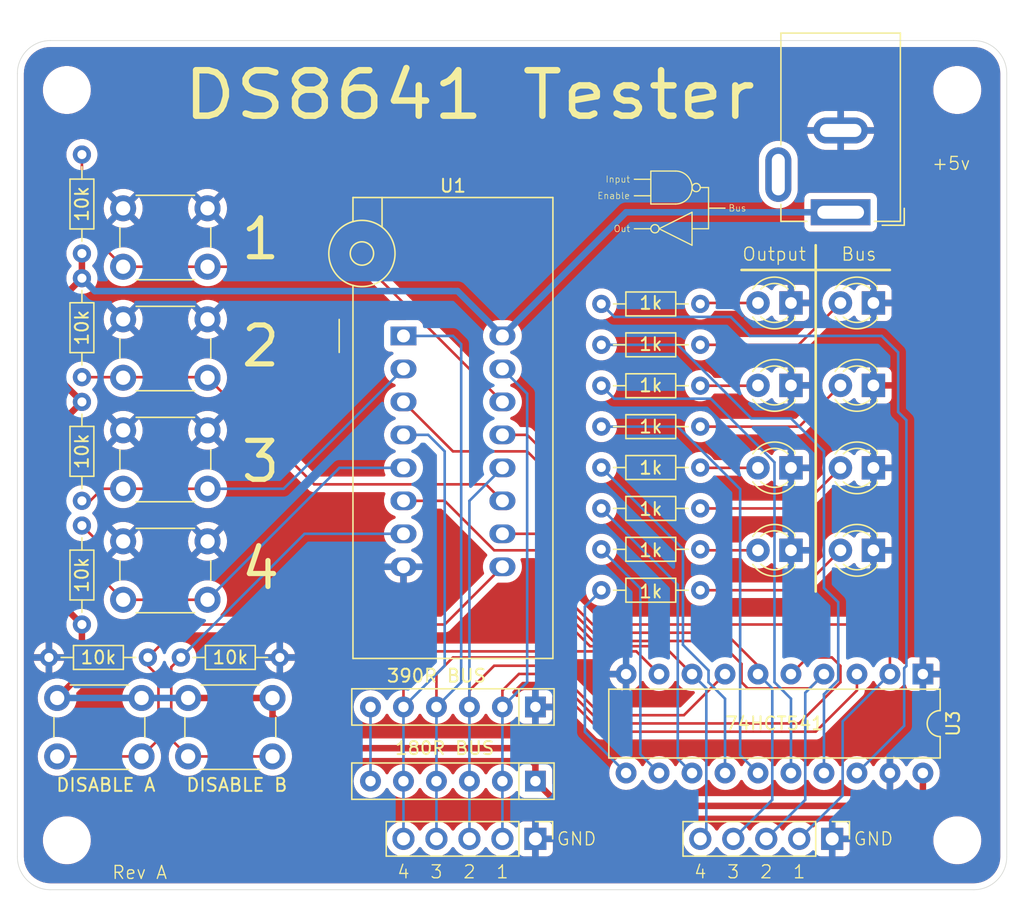
<source format=kicad_pcb>
(kicad_pcb (version 20240108) (generator "pcbnew") (generator_version "8.0")
  (layers (0 "F.Cu" signal) (31 "B.Cu" signal) (34 "B.Paste" user) (35 "F.Paste" user) (36 "B.SilkS" user "B.Silkscreen") (37 "F.SilkS" user "F.Silkscreen") (38 "B.Mask" user) (39 "F.Mask" user) (44 "Edge.Cuts" user))
  (net 0 "")
  (net 1 "GND")
  (net 2 "Net-(D2-A)")
  (net 3 "Net-(D3-A)")
  (net 4 "Net-(D4-A)")
  (net 5 "Net-(D5-A)")
  (net 6 "Net-(D6-A)")
  (net 7 "Net-(D7-A)")
  (net 8 "Net-(D8-A)")
  (net 9 "Net-(D9-A)")
  (net 10 "+5V")
  (net 11 "BUS_4")
  (net 12 "BUS_3")
  (net 13 "BUS_1")
  (net 14 "BUS_2")
  (net 15 "OUTPUT_1")
  (net 16 "OUTPUT_3")
  (net 17 "OUTPUT_4")
  (net 18 "OUTPUT_2")
  (net 19 "Net-(R2-Pad2)")
  (net 20 "Net-(R3-Pad2)")
  (net 21 "Net-(R4-Pad2)")
  (net 22 "Net-(R5-Pad2)")
  (net 23 "Net-(R6-Pad1)")
  (net 24 "Net-(R7-Pad1)")
  (net 25 "Net-(U3-Y0)")
  (net 26 "Net-(U3-Y1)")
  (net 27 "Net-(U3-Y2)")
  (net 28 "Net-(U3-Y3)")
  (net 29 "Net-(U3-Y4)")
  (net 30 "Net-(U3-Y5)")
  (net 31 "Net-(U3-Y6)")
  (net 32 "Net-(U3-Y7)")
  (net 33 "Net-(RN1-R5)")
  (footprint "Button_Switch_THT:SW_PUSH_6mm_H4.3mm" (layer "F.Cu") (at 130.735 109.165)
    (property "Reference" "SW6" (hide yes))
    (property "Value" "DISABLE B" (at 3.75 6.7 0) (layer "F.SilkS"))
    (pad "1" thru_hole circle (at 0 0 90) (size 2 2) (drill 1.1) (layers "*.Cu" "*.Mask") (net 10 "+5V"))
    (pad "1" thru_hole circle (at 6.5 0 90) (size 2 2) (drill 1.1) (layers "*.Cu" "*.Mask") (net 10 "+5V"))
    (pad "2" thru_hole circle (at 0 4.5 90) (size 2 2) (drill 1.1) (layers "*.Cu" "*.Mask") (net 24 "Net-(R7-Pad1)"))
    (pad "2" thru_hole circle (at 6.5 4.5 90) (size 2 2) (drill 1.1) (layers "*.Cu" "*.Mask") (net 24 "Net-(R7-Pad1)"))
  )
  (footprint "LED_THT:LED_D3.0mm" (layer "F.Cu") (at 177.165 91.44 180)
    (property "Reference" "D6" (hide yes))
    (property "Value" "LED")
    (pad "1" thru_hole rect (at 0 0 180) (size 1.8 1.8) (drill 0.9) (layers "*.Cu" "*.Mask") (net 1 "GND"))
    (pad "2" thru_hole circle (at 2.54 0 180) (size 1.8 1.8) (drill 0.9) (layers "*.Cu" "*.Mask") (net 6 "Net-(D6-A)"))
  )
  (footprint "LED_THT:LED_D3.0mm" (layer "F.Cu") (at 183.515 78.74 180)
    (property "Reference" "D3" (hide yes))
    (property "Value" "LED")
    (pad "1" thru_hole rect (at 0 0 180) (size 1.8 1.8) (drill 0.9) (layers "*.Cu" "*.Mask") (net 1 "GND"))
    (pad "2" thru_hole circle (at 2.54 0 180) (size 1.8 1.8) (drill 0.9) (layers "*.Cu" "*.Mask") (net 3 "Net-(D3-A)"))
  )
  (footprint "Button_Switch_THT:SW_PUSH_6mm_H4.3mm" (layer "F.Cu") (at 120.65 109.165)
    (property "Reference" "SW5" (hide yes))
    (property "Value" "DISABLE A" (at 3.75 6.7 0) (layer "F.SilkS"))
    (pad "1" thru_hole circle (at 0 0 90) (size 2 2) (drill 1.1) (layers "*.Cu" "*.Mask") (net 10 "+5V"))
    (pad "1" thru_hole circle (at 6.5 0 90) (size 2 2) (drill 1.1) (layers "*.Cu" "*.Mask") (net 10 "+5V"))
    (pad "2" thru_hole circle (at 0 4.5 90) (size 2 2) (drill 1.1) (layers "*.Cu" "*.Mask") (net 23 "Net-(R6-Pad1)"))
    (pad "2" thru_hole circle (at 6.5 4.5 90) (size 2 2) (drill 1.1) (layers "*.Cu" "*.Mask") (net 23 "Net-(R6-Pad1)"))
  )
  (footprint "LED_THT:LED_D3.0mm" (layer "F.Cu") (at 183.515 91.44 180)
    (property "Reference" "D7" (hide yes))
    (property "Value" "LED")
    (pad "1" thru_hole rect (at 0 0 180) (size 1.8 1.8) (drill 0.9) (layers "*.Cu" "*.Mask") (net 1 "GND"))
    (pad "2" thru_hole circle (at 2.54 0 180) (size 1.8 1.8) (drill 0.9) (layers "*.Cu" "*.Mask") (net 7 "Net-(D7-A)"))
  )
  (footprint "Resistor_THT:R_Axial_DIN0204_L3.6mm_D1.6mm_P7.62mm_Horizontal" (layer "F.Cu") (at 162.56 100.865)
    (property "Reference" "R15" (hide yes))
    (property "Value" "1k" (at 3.81 0.1 0) (layer "F.SilkS"))
    (pad "1" thru_hole circle (at 0 0) (size 1.4 1.4) (drill 0.7) (layers "*.Cu" "*.Mask") (net 32 "Net-(U3-Y7)"))
    (pad "2" thru_hole oval (at 7.62 0) (size 1.4 1.4) (drill 0.7) (layers "*.Cu" "*.Mask") (net 9 "Net-(D9-A)"))
  )
  (footprint "Resistor_THT:R_Axial_DIN0204_L3.6mm_D1.6mm_P7.62mm_Horizontal" (layer "F.Cu") (at 122.555 86.36 -90)
    (property "Reference" "R4" (hide yes))
    (property "Value" "10k" (at 3.81 0 90) (layer "F.SilkS"))
    (pad "1" thru_hole circle (at 0 0 270) (size 1.4 1.4) (drill 0.7) (layers "*.Cu" "*.Mask") (net 10 "+5V"))
    (pad "2" thru_hole oval (at 7.62 0 270) (size 1.4 1.4) (drill 0.7) (layers "*.Cu" "*.Mask") (net 21 "Net-(R4-Pad2)"))
  )
  (footprint "Button_Switch_THT:SW_PUSH_6mm_H4.3mm" (layer "F.Cu") (at 125.73 97.1)
    (property "Reference" "SW4" (hide yes))
    (property "Value" "Bus 4")
    (pad "1" thru_hole circle (at 0 0 90) (size 2 2) (drill 1.1) (layers "*.Cu" "*.Mask") (net 1 "GND"))
    (pad "1" thru_hole circle (at 6.5 0 90) (size 2 2) (drill 1.1) (layers "*.Cu" "*.Mask") (net 1 "GND"))
    (pad "2" thru_hole circle (at 0 4.5 90) (size 2 2) (drill 1.1) (layers "*.Cu" "*.Mask") (net 22 "Net-(R5-Pad2)"))
    (pad "2" thru_hole circle (at 6.5 4.5 90) (size 2 2) (drill 1.1) (layers "*.Cu" "*.Mask") (net 22 "Net-(R5-Pad2)"))
  )
  (footprint "MountingHole:MountingHole_3.2mm_M3" (layer "F.Cu") (at 189.973949 62.338949)
    (property "Reference" "H1" (hide yes))
    (property "Value" "MountingHole")
    (pad "" np_thru_hole circle (at 0 0) (size 3.2 3.2) (drill 3.2) (layers "*.Cu" "*.Mask"))
  )
  (footprint "Button_Switch_THT:SW_PUSH_6mm_H4.3mm" (layer "F.Cu") (at 125.73 71.45)
    (property "Reference" "SW1" (hide yes))
    (property "Value" "Bus 1")
    (pad "1" thru_hole circle (at 0 0 90) (size 2 2) (drill 1.1) (layers "*.Cu" "*.Mask") (net 1 "GND"))
    (pad "1" thru_hole circle (at 6.5 0 90) (size 2 2) (drill 1.1) (layers "*.Cu" "*.Mask") (net 1 "GND"))
    (pad "2" thru_hole circle (at 0 4.5 90) (size 2 2) (drill 1.1) (layers "*.Cu" "*.Mask") (net 19 "Net-(R2-Pad2)"))
    (pad "2" thru_hole circle (at 6.5 4.5 90) (size 2 2) (drill 1.1) (layers "*.Cu" "*.Mask") (net 19 "Net-(R2-Pad2)"))
  )
  (footprint "LED_THT:LED_D3.0mm" (layer "F.Cu") (at 177.165 78.74 180)
    (property "Reference" "D2" (hide yes))
    (property "Value" "LED")
    (pad "1" thru_hole rect (at 0 0 180) (size 1.8 1.8) (drill 0.9) (layers "*.Cu" "*.Mask") (net 1 "GND"))
    (pad "2" thru_hole circle (at 2.54 0 180) (size 1.8 1.8) (drill 0.9) (layers "*.Cu" "*.Mask") (net 2 "Net-(D2-A)"))
  )
  (footprint "Button_Switch_THT:SW_PUSH_6mm_H4.3mm" (layer "F.Cu") (at 125.73 80)
    (property "Reference" "SW2" (hide yes))
    (property "Value" "Bus 2")
    (pad "1" thru_hole circle (at 0 0 90) (size 2 2) (drill 1.1) (layers "*.Cu" "*.Mask") (net 1 "GND"))
    (pad "1" thru_hole circle (at 6.5 0 90) (size 2 2) (drill 1.1) (layers "*.Cu" "*.Mask") (net 1 "GND"))
    (pad "2" thru_hole circle (at 0 4.5 90) (size 2 2) (drill 1.1) (layers "*.Cu" "*.Mask") (net 20 "Net-(R3-Pad2)"))
    (pad "2" thru_hole circle (at 6.5 4.5 90) (size 2 2) (drill 1.1) (layers "*.Cu" "*.Mask") (net 20 "Net-(R3-Pad2)"))
  )
  (footprint "MountingHole:MountingHole_3.2mm_M3" (layer "F.Cu") (at 121.393949 62.338949)
    (property "Reference" "H2" (hide yes))
    (property "Value" "MountingHole")
    (pad "" np_thru_hole circle (at 0 0) (size 3.2 3.2) (drill 3.2) (layers "*.Cu" "*.Mask"))
  )
  (footprint "Resistor_THT:R_Array_SIP6" (layer "F.Cu") (at 157.48 109.855 180)
    (property "Reference" "RN2" (hide yes))
    (property "Value" "390R BUS" (at 7.62 2.4 0) (layer "F.SilkS"))
    (pad "1" thru_hole rect (at 0 0 180) (size 1.6 1.6) (drill 0.8) (layers "*.Cu" "*.Mask") (net 1 "GND"))
    (pad "2" thru_hole oval (at 2.54 0 180) (size 1.6 1.6) (drill 0.8) (layers "*.Cu" "*.Mask") (net 13 "BUS_1"))
    (pad "3" thru_hole oval (at 5.08 0 180) (size 1.6 1.6) (drill 0.8) (layers "*.Cu" "*.Mask") (net 14 "BUS_2"))
    (pad "4" thru_hole oval (at 7.62 0 180) (size 1.6 1.6) (drill 0.8) (layers "*.Cu" "*.Mask") (net 12 "BUS_3"))
    (pad "5" thru_hole oval (at 10.16 0 180) (size 1.6 1.6) (drill 0.8) (layers "*.Cu" "*.Mask") (net 11 "BUS_4"))
    (pad "6" thru_hole oval (at 12.7 0 180) (size 1.6 1.6) (drill 0.8) (layers "*.Cu" "*.Mask") (net 33 "Net-(RN1-R5)"))
  )
  (footprint "Resistor_THT:R_Axial_DIN0204_L3.6mm_D1.6mm_P7.62mm_Horizontal" (layer "F.Cu") (at 162.56 94.565)
    (property "Reference" "R13" (hide yes))
    (property "Value" "1k" (at 3.81 0.05 0) (layer "F.SilkS"))
    (pad "1" thru_hole circle (at 0 0) (size 1.4 1.4) (drill 0.7) (layers "*.Cu" "*.Mask") (net 30 "Net-(U3-Y5)"))
    (pad "2" thru_hole oval (at 7.62 0) (size 1.4 1.4) (drill 0.7) (layers "*.Cu" "*.Mask") (net 7 "Net-(D7-A)"))
  )
  (footprint "Resistor_THT:R_Axial_DIN0204_L3.6mm_D1.6mm_P7.62mm_Horizontal" (layer "F.Cu") (at 162.56 91.415)
    (property "Reference" "R12" (hide yes))
    (property "Value" "1k" (at 3.81 0.025 0) (layer "F.SilkS"))
    (pad "1" thru_hole circle (at 0 0) (size 1.4 1.4) (drill 0.7) (layers "*.Cu" "*.Mask") (net 29 "Net-(U3-Y4)"))
    (pad "2" thru_hole oval (at 7.62 0) (size 1.4 1.4) (drill 0.7) (layers "*.Cu" "*.Mask") (net 6 "Net-(D6-A)"))
  )
  (footprint "Connector_PinHeader_2.54mm:PinHeader_1x05_P2.54mm_Vertical" (layer "F.Cu") (at 157.48 120.015 -90)
    (property "Reference" "J4" (hide yes))
    (property "Value" "Conn_01x05_Pin")
    (pad "1" thru_hole rect (at 0 0 270) (size 1.7 1.7) (drill 1) (layers "*.Cu" "*.Mask") (net 1 "GND"))
    (pad "2" thru_hole oval (at 0 2.54 270) (size 1.7 1.7) (drill 1) (layers "*.Cu" "*.Mask") (net 13 "BUS_1"))
    (pad "3" thru_hole oval (at 0 5.08 270) (size 1.7 1.7) (drill 1) (layers "*.Cu" "*.Mask") (net 14 "BUS_2"))
    (pad "4" thru_hole oval (at 0 7.62 270) (size 1.7 1.7) (drill 1) (layers "*.Cu" "*.Mask") (net 12 "BUS_3"))
    (pad "5" thru_hole oval (at 0 10.16 270) (size 1.7 1.7) (drill 1) (layers "*.Cu" "*.Mask") (net 11 "BUS_4"))
  )
  (footprint "MountingHole:MountingHole_3.2mm_M3" (layer "F.Cu") (at 121.393949 120.123949)
    (property "Reference" "H3" (hide yes))
    (property "Value" "MountingHole")
    (pad "" np_thru_hole circle (at 0 0) (size 3.2 3.2) (drill 3.2) (layers "*.Cu" "*.Mask"))
  )
  (footprint "LED_THT:LED_D3.0mm" (layer "F.Cu") (at 183.515 85.09 180)
    (property "Reference" "D5" (hide yes))
    (property "Value" "LED")
    (pad "1" thru_hole rect (at 0 0 180) (size 1.8 1.8) (drill 0.9) (layers "*.Cu" "*.Mask") (net 1 "GND"))
    (pad "2" thru_hole circle (at 2.54 0 180) (size 1.8 1.8) (drill 0.9) (layers "*.Cu" "*.Mask") (net 5 "Net-(D5-A)"))
  )
  (footprint "Resistor_THT:R_Axial_DIN0204_L3.6mm_D1.6mm_P7.62mm_Horizontal" (layer "F.Cu") (at 122.555 74.93 90)
    (property "Reference" "R2" (hide yes))
    (property "Value" "10k" (at 3.81 0 90) (layer "F.SilkS"))
    (pad "1" thru_hole circle (at 0 0 90) (size 1.4 1.4) (drill 0.7) (layers "*.Cu" "*.Mask") (net 10 "+5V"))
    (pad "2" thru_hole oval (at 7.62 0 90) (size 1.4 1.4) (drill 0.7) (layers "*.Cu" "*.Mask") (net 19 "Net-(R2-Pad2)"))
  )
  (footprint "Button_Switch_THT:SW_PUSH_6mm_H4.3mm" (layer "F.Cu") (at 125.73 88.55)
    (property "Reference" "SW3" (hide yes))
    (property "Value" "Bus 3")
    (pad "1" thru_hole circle (at 0 0 90) (size 2 2) (drill 1.1) (layers "*.Cu" "*.Mask") (net 1 "GND"))
    (pad "1" thru_hole circle (at 6.5 0 90) (size 2 2) (drill 1.1) (layers "*.Cu" "*.Mask") (net 1 "GND"))
    (pad "2" thru_hole circle (at 0 4.5 90) (size 2 2) (drill 1.1) (layers "*.Cu" "*.Mask") (net 21 "Net-(R4-Pad2)"))
    (pad "2" thru_hole circle (at 6.5 4.5 90) (size 2 2) (drill 1.1) (layers "*.Cu" "*.Mask") (net 21 "Net-(R4-Pad2)"))
  )
  (footprint "LED_THT:LED_D3.0mm" (layer "F.Cu") (at 177.165 97.79 180)
    (property "Reference" "D8" (hide yes))
    (property "Value" "LED")
    (pad "1" thru_hole rect (at 0 0 180) (size 1.8 1.8) (drill 0.9) (layers "*.Cu" "*.Mask") (net 1 "GND"))
    (pad "2" thru_hole circle (at 2.54 0 180) (size 1.8 1.8) (drill 0.9) (layers "*.Cu" "*.Mask") (net 8 "Net-(D8-A)"))
  )
  (footprint "Resistor_THT:R_Axial_DIN0204_L3.6mm_D1.6mm_P7.62mm_Horizontal" (layer "F.Cu") (at 122.555 103.505 90)
    (property "Reference" "R5" (hide yes))
    (property "Value" "10k" (at 3.81 0 90) (layer "F.SilkS"))
    (pad "1" thru_hole circle (at 0 0 90) (size 1.4 1.4) (drill 0.7) (layers "*.Cu" "*.Mask") (net 10 "+5V"))
    (pad "2" thru_hole oval (at 7.62 0 90) (size 1.4 1.4) (drill 0.7) (layers "*.Cu" "*.Mask") (net 22 "Net-(R5-Pad2)"))
  )
  (footprint "Resistor_THT:R_Axial_DIN0204_L3.6mm_D1.6mm_P7.62mm_Horizontal" (layer "F.Cu") (at 162.56 85.115)
    (property "Reference" "R10" (hide yes))
    (property "Value" "1k" (at 3.81 -0.025 0) (layer "F.SilkS"))
    (pad "1" thru_hole circle (at 0 0) (size 1.4 1.4) (drill 0.7) (layers "*.Cu" "*.Mask") (net 27 "Net-(U3-Y2)"))
    (pad "2" thru_hole oval (at 7.62 0) (size 1.4 1.4) (drill 0.7) (layers "*.Cu" "*.Mask") (net 4 "Net-(D4-A)"))
  )
  (footprint "Resistor_THT:R_Axial_DIN0204_L3.6mm_D1.6mm_P7.62mm_Horizontal" (layer "F.Cu") (at 162.56 97.715)
    (property "Reference" "R14" (hide yes))
    (property "Value" "1k" (at 3.81 0.075 0) (layer "F.SilkS"))
    (pad "1" thru_hole circle (at 0 0) (size 1.4 1.4) (drill 0.7) (layers "*.Cu" "*.Mask") (net 31 "Net-(U3-Y6)"))
    (pad "2" thru_hole oval (at 7.62 0) (size 1.4 1.4) (drill 0.7) (layers "*.Cu" "*.Mask") (net 8 "Net-(D8-A)"))
  )
  (footprint "Connector_PinHeader_2.54mm:PinHeader_1x05_P2.54mm_Vertical" (layer "F.Cu") (at 180.34 120.015 -90)
    (property "Reference" "J2" (hide yes))
    (property "Value" "Conn_01x05_Pin")
    (pad "1" thru_hole rect (at 0 0 270) (size 1.7 1.7) (drill 1) (layers "*.Cu" "*.Mask") (net 1 "GND"))
    (pad "2" thru_hole oval (at 0 2.54 270) (size 1.7 1.7) (drill 1) (layers "*.Cu" "*.Mask") (net 15 "OUTPUT_1"))
    (pad "3" thru_hole oval (at 0 5.08 270) (size 1.7 1.7) (drill 1) (layers "*.Cu" "*.Mask") (net 18 "OUTPUT_2"))
    (pad "4" thru_hole oval (at 0 7.62 270) (size 1.7 1.7) (drill 1) (layers "*.Cu" "*.Mask") (net 16 "OUTPUT_3"))
    (pad "5" thru_hole oval (at 0 10.16 270) (size 1.7 1.7) (drill 1) (layers "*.Cu" "*.Mask") (net 17 "OUTPUT_4"))
  )
  (footprint "Package_DIP:DIP-20_W7.62mm" (layer "F.Cu") (at 187.325 107.325 -90)
    (property "Reference" "U3" (at 3.81 -2.33 90) (layer "F.SilkS"))
    (property "Value" "74HCT541" (at 3.8 11.43 180) (layer "F.SilkS"))
    (pad "1" thru_hole rect (at 0 0 270) (size 1.6 1.6) (drill 0.8) (layers "*.Cu" "*.Mask") (net 1 "GND"))
    (pad "2" thru_hole oval (at 0 2.54 270) (size 1.6 1.6) (drill 0.8) (layers "*.Cu" "*.Mask") (net 15 "OUTPUT_1"))
    (pad "3" thru_hole oval (at 0 5.08 270) (size 1.6 1.6) (drill 0.8) (layers "*.Cu" "*.Mask") (net 13 "BUS_1"))
    (pad "4" thru_hole oval (at 0 7.62 270) (size 1.6 1.6) (drill 0.8) (layers "*.Cu" "*.Mask") (net 18 "OUTPUT_2"))
    (pad "5" thru_hole oval (at 0 10.16 270) (size 1.6 1.6) (drill 0.8) (layers "*.Cu" "*.Mask") (net 14 "BUS_2"))
    (pad "6" thru_hole oval (at 0 12.7 270) (size 1.6 1.6) (drill 0.8) (layers "*.Cu" "*.Mask") (net 16 "OUTPUT_3"))
    (pad "7" thru_hole oval (at 0 15.24 270) (size 1.6 1.6) (drill 0.8) (layers "*.Cu" "*.Mask") (net 12 "BUS_3"))
    (pad "8" thru_hole oval (at 0 17.78 270) (size 1.6 1.6) (drill 0.8) (layers "*.Cu" "*.Mask") (net 17 "OUTPUT_4"))
    (pad "9" thru_hole oval (at 0 20.32 270) (size 1.6 1.6) (drill 0.8) (layers "*.Cu" "*.Mask") (net 11 "BUS_4"))
    (pad "10" thru_hole oval (at 0 22.86 270) (size 1.6 1.6) (drill 0.8) (layers "*.Cu" "*.Mask") (net 1 "GND"))
    (pad "11" thru_hole oval (at 7.62 22.86 270) (size 1.6 1.6) (drill 0.8) (layers "*.Cu" "*.Mask") (net 32 "Net-(U3-Y7)"))
    (pad "12" thru_hole oval (at 7.62 20.32 270) (size 1.6 1.6) (drill 0.8) (layers "*.Cu" "*.Mask") (net 31 "Net-(U3-Y6)"))
    (pad "13" thru_hole oval (at 7.62 17.78 270) (size 1.6 1.6) (drill 0.8) (layers "*.Cu" "*.Mask") (net 30 "Net-(U3-Y5)"))
    (pad "14" thru_hole oval (at 7.62 15.24 270) (size 1.6 1.6) (drill 0.8) (layers "*.Cu" "*.Mask") (net 29 "Net-(U3-Y4)"))
    (pad "15" thru_hole oval (at 7.62 12.7 270) (size 1.6 1.6) (drill 0.8) (layers "*.Cu" "*.Mask") (net 28 "Net-(U3-Y3)"))
    (pad "16" thru_hole oval (at 7.62 10.16 270) (size 1.6 1.6) (drill 0.8) (layers "*.Cu" "*.Mask") (net 27 "Net-(U3-Y2)"))
    (pad "17" thru_hole oval (at 7.62 7.62 270) (size 1.6 1.6) (drill 0.8) (layers "*.Cu" "*.Mask") (net 26 "Net-(U3-Y1)"))
    (pad "18" thru_hole oval (at 7.62 5.08 270) (size 1.6 1.6) (drill 0.8) (layers "*.Cu" "*.Mask") (net 25 "Net-(U3-Y0)"))
    (pad "19" thru_hole oval (at 7.62 2.54 270) (size 1.6 1.6) (drill 0.8) (layers "*.Cu" "*.Mask") (net 1 "GND"))
    (pad "20" thru_hole oval (at 7.62 0 270) (size 1.6 1.6) (drill 0.8) (layers "*.Cu" "*.Mask") (net 10 "+5V"))
  )
  (footprint "Resistor_THT:R_Axial_DIN0204_L3.6mm_D1.6mm_P7.62mm_Horizontal" (layer "F.Cu") (at 162.56 81.965)
    (property "Reference" "R9" (hide yes))
    (property "Value" "1k" (at 3.81 -0.05 180) (layer "F.SilkS"))
    (pad "1" thru_hole circle (at 0 0) (size 1.4 1.4) (drill 0.7) (layers "*.Cu" "*.Mask") (net 26 "Net-(U3-Y1)"))
    (pad "2" thru_hole oval (at 7.62 0) (size 1.4 1.4) (drill 0.7) (layers "*.Cu" "*.Mask") (net 3 "Net-(D3-A)"))
  )
  (footprint "Socket:DIP_Socket-16_W4.3_W5.08_W7.62_W10.16_W10.9_3M_216-3340-00-0602J" (layer "F.Cu") (at 147.32 81.28)
    (property "Reference" "U1" (at 3.81 -11.56 0) (layer "F.SilkS"))
    (property "Value" "DS8641N")
    (pad "1" thru_hole rect (at 0 0) (size 2 1.44) (drill 1) (layers "*.Cu" "*.Mask") (net 12 "BUS_3"))
    (pad "2" thru_hole oval (at 0 2.54) (size 2 1.44) (drill 1) (layers "*.Cu" "*.Mask") (net 21 "Net-(R4-Pad2)"))
    (pad "3" thru_hole oval (at 0 5.08) (size 2 1.44) (drill 1) (layers "*.Cu" "*.Mask") (net 16 "OUTPUT_3"))
    (pad "4" thru_hole oval (at 0 7.62) (size 2 1.44) (drill 1) (layers "*.Cu" "*.Mask") (net 11 "BUS_4"))
    (pad "5" thru_hole oval (at 0 10.16) (size 2 1.44) (drill 1) (layers "*.Cu" "*.Mask") (net 22 "Net-(R5-Pad2)"))
    (pad "6" thru_hole oval (at 0 12.7) (size 2 1.44) (drill 1) (layers "*.Cu" "*.Mask") (net 17 "OUTPUT_4"))
    (pad "7" thru_hole oval (at 0 15.24) (size 2 1.44) (drill 1) (layers "*.Cu" "*.Mask") (net 24 "Net-(R7-Pad1)"))
    (pad "8" thru_hole oval (at 0 17.78) (size 2 1.44) (drill 1) (layers "*.Cu" "*.Mask") (net 1 "GND"))
    (pad "9" thru_hole oval (at 7.62 17.78) (size 2 1.44) (drill 1) (layers "*.Cu" "*.Mask") (net 23 "Net-(R6-Pad1)"))
    (pad "10" thru_hole oval (at 7.62 15.24) (size 2 1.44) (drill 1) (layers "*.Cu" "*.Mask") (net 18 "OUTPUT_2"))
    (pad "11" thru_hole oval (at 7.62 12.7) (size 2 1.44) (drill 1) (layers "*.Cu" "*.Mask") (net 20 "Net-(R3-Pad2)"))
    (pad "12" thru_hole oval (at 7.62 10.16) (size 2 1.44) (drill 1) (layers "*.Cu" "*.Mask") (net 14 "BUS_2"))
    (pad "13" thru_hole oval (at 7.62 7.62) (size 2 1.44) (drill 1) (layers "*.Cu" "*.Mask") (net 15 "OUTPUT_1"))
    (pad "14" thru_hole oval (at 7.62 5.08) (size 2 1.44) (drill 1) (layers "*.Cu" "*.Mask") (net 19 "Net-(R2-Pad2)"))
    (pad "15" thru_hole oval (at 7.62 2.54) (size 2 1.44) (drill 1) (layers "*.Cu" "*.Mask") (net 13 "BUS_1"))
    (pad "16" thru_hole oval (at 7.62 0) (size 2 1.44) (drill 1) (layers "*.Cu" "*.Mask") (net 10 "+5V"))
  )
  (footprint "LED_THT:LED_D3.0mm" (layer "F.Cu") (at 177.165 85.09 180)
    (property "Reference" "D4" (hide yes))
    (property "Value" "LED")
    (pad "1" thru_hole rect (at 0 0 180) (size 1.8 1.8) (drill 0.9) (layers "*.Cu" "*.Mask") (net 1 "GND"))
    (pad "2" thru_hole circle (at 2.54 0 180) (size 1.8 1.8) (drill 0.9) (layers "*.Cu" "*.Mask") (net 4 "Net-(D4-A)"))
  )
  (footprint "Resistor_THT:R_Axial_DIN0204_L3.6mm_D1.6mm_P7.62mm_Horizontal" (layer "F.Cu") (at 162.56 78.815)
    (property "Reference" "R8" (hide yes))
    (property "Value" "1k" (at 3.81 -0.075 0) (layer "F.SilkS"))
    (pad "1" thru_hole circle (at 0 0) (size 1.4 1.4) (drill 0.7) (layers "*.Cu" "*.Mask") (net 25 "Net-(U3-Y0)"))
    (pad "2" thru_hole oval (at 7.62 0) (size 1.4 1.4) (drill 0.7) (layers "*.Cu" "*.Mask") (net 2 "Net-(D2-A)"))
  )
  (footprint "Connector_BarrelJack:BarrelJack_GCT_DCJ200-10-A_Horizontal" (layer "F.Cu") (at 180.99 71.755 180)
    (property "Reference" "J1" (hide yes))
    (property "Value" "Barrel_Jack")
    (pad "1" thru_hole rect (at 0 0 180) (size 4.6 2) (drill oval 3.6 1) (layers "*.Cu" "*.Mask") (net 10 "+5V"))
    (pad "2" thru_hole oval (at 0 6.3 180) (size 4.2 2) (drill oval 3.2 1) (layers "*.Cu" "*.Mask") (net 1 "GND"))
    (pad "3" thru_hole oval (at 4.8 2.9 180) (size 2 4.2) (drill oval 1 3.2) (layers "*.Cu" "*.Mask"))
  )
  (footprint "Resistor_THT:R_Axial_DIN0204_L3.6mm_D1.6mm_P7.62mm_Horizontal" (layer "F.Cu") (at 127.635 106.045 180)
    (property "Reference" "R6" (hide yes))
    (property "Value" "10k" (at 3.81 0 0) (layer "F.SilkS"))
    (pad "1" thru_hole circle (at 0 0 180) (size 1.4 1.4) (drill 0.7) (layers "*.Cu" "*.Mask") (net 23 "Net-(R6-Pad1)"))
    (pad "2" thru_hole oval (at 7.62 0 180) (size 1.4 1.4) (drill 0.7) (layers "*.Cu" "*.Mask") (net 1 "GND"))
  )
  (footprint "Resistor_THT:R_Axial_DIN0204_L3.6mm_D1.6mm_P7.62mm_Horizontal" (layer "F.Cu") (at 130.175 106.045)
    (property "Reference" "R7" (hide yes))
    (property "Value" "10k" (at 3.81 0 0) (layer "F.SilkS"))
    (pad "1" thru_hole circle (at 0 0) (size 1.4 1.4) (drill 0.7) (layers "*.Cu" "*.Mask") (net 24 "Net-(R7-Pad1)"))
    (pad "2" thru_hole oval (at 7.62 0) (size 1.4 1.4) (drill 0.7) (layers "*.Cu" "*.Mask") (net 1 "GND"))
  )
  (footprint "Resistor_THT:R_Axial_DIN0204_L3.6mm_D1.6mm_P7.62mm_Horizontal" (layer "F.Cu") (at 122.555 76.835 -90)
    (property "Reference" "R3" (hide yes))
    (property "Value" "10k" (at 3.81 0 90) (layer "F.SilkS"))
    (pad "1" thru_hole circle (at 0 0 270) (size 1.4 1.4) (drill 0.7) (layers "*.Cu" "*.Mask") (net 10 "+5V"))
    (pad "2" thru_hole oval (at 7.62 0 270) (size 1.4 1.4) (drill 0.7) (layers "*.Cu" "*.Mask") (net 20 "Net-(R3-Pad2)"))
  )
  (footprint "Resistor_THT:R_Array_SIP6" (layer "F.Cu") (at 157.48 115.57 180)
    (property "Reference" "RN1" (hide yes))
    (property "Value" "180R BUS" (at 6.985 2.54 0) (layer "F.SilkS"))
    (pad "1" thru_hole rect (at 0 0 180) (size 1.6 1.6) (drill 0.8) (layers "*.Cu" "*.Mask") (net 10 "+5V"))
    (pad "2" thru_hole oval (at 2.54 0 180) (size 1.6 1.6) (drill 0.8) (layers "*.Cu" "*.Mask") (net 13 "BUS_1"))
    (pad "3" thru_hole oval (at 5.08 0 180) (size 1.6 1.6) (drill 0.8) (layers "*.Cu" "*.Mask") (net 14 "BUS_2"))
    (pad "4" thru_hole oval (at 7.62 0 180) (size 1.6 1.6) (drill 0.8) (layers "*.Cu" "*.Mask") (net 12 "BUS_3"))
    (pad "5" thru_hole oval (at 10.16 0 180) (size 1.6 1.6) (drill 0.8) (layers "*.Cu" "*.Mask") (net 11 "BUS_4"))
    (pad "6" thru_hole oval (at 12.7 0 180) (size 1.6 1.6) (drill 0.8) (layers "*.Cu" "*.Mask") (net 33 "Net-(RN1-R5)"))
  )
  (footprint "Resistor_THT:R_Axial_DIN0204_L3.6mm_D1.6mm_P7.62mm_Horizontal" (layer "F.Cu") (at 162.56 88.265)
    (property "Reference" "R11" (hide yes))
    (property "Value" "1k" (at 3.81 0 0) (layer "F.SilkS"))
    (pad "1" thru_hole circle (at 0 0) (size 1.4 1.4) (drill 0.7) (layers "*.Cu" "*.Mask") (net 28 "Net-(U3-Y3)"))
    (pad "2" thru_hole oval (at 7.62 0) (size 1.4 1.4) (drill 0.7) (layers "*.Cu" "*.Mask") (net 5 "Net-(D5-A)"))
  )
  (footprint "MountingHole:MountingHole_3.2mm_M3" (layer "F.Cu") (at 189.973949 120.123949)
    (property "Reference" "H4" (hide yes))
    (property "Value" "MountingHole")
    (pad "" np_thru_hole circle (at 0 0) (size 3.2 3.2) (drill 3.2) (layers "*.Cu" "*.Mask"))
  )
  (footprint "LED_THT:LED_D3.0mm" (layer "F.Cu") (at 183.515 97.79 180)
    (property "Reference" "D9" (hide yes))
    (property "Value" "LED")
    (pad "1" thru_hole rect (at 0 0 180) (size 1.8 1.8) (drill 0.9) (layers "*.Cu" "*.Mask") (net 1 "GND"))
    (pad "2" thru_hole circle (at 2.54 0 180) (size 1.8 1.8) (drill 0.9) (layers "*.Cu" "*.Mask") (net 9 "Net-(D9-A)"))
  )
  (gr_line (start 168.275 71.12) (end 166.37 71.12) (stroke (width 0.1)) (layer "F.SilkS"))
  (gr_circle (center 169.8625 69.85) (end 170.18 69.85) (stroke (width 0.1)) (fill none) (layer "F.SilkS"))
  (gr_line (start 166.37 70.485) (end 165.1 70.485) (stroke (width 0.1)) (layer "F.SilkS"))
  (gr_line (start 169.545 73.025) (end 170.815 73.025) (stroke (width 0.1)) (layer "F.SilkS"))
  (gr_arc (start 168.275 68.58) (mid 169.545 69.85) (end 168.275 71.12) (stroke (width 0.1)) (layer "F.SilkS"))
  (gr_line (start 167.005 73.025) (end 169.545 71.755) (stroke (width 0.1)) (layer "F.SilkS"))
  (gr_line (start 170.815 73.025) (end 170.815 69.85) (stroke (width 0.1)) (layer "F.SilkS"))
  (gr_line (start 166.37 68.58) (end 168.275 68.58) (stroke (width 0.1)) (layer "F.SilkS"))
  (gr_line (start 166.37 71.12) (end 166.37 68.58) (stroke (width 0.1)) (layer "F.SilkS"))
  (gr_line (start 167.005 73.025) (end 169.545 74.295) (stroke (width 0.1)) (layer "F.SilkS"))
  (gr_line (start 173.355 76.2) (end 184.785 76.2) (stroke (width 0.2)) (layer "F.SilkS"))
  (gr_line (start 179.07 74.295) (end 179.07 100.965) (stroke (width 0.2)) (layer "F.SilkS"))
  (gr_line (start 166.37 73.025) (end 165.1 73.025) (stroke (width 0.1)) (layer "F.SilkS"))
  (gr_line (start 170.815 71.4375) (end 172.085 71.4375) (stroke (width 0.1)) (layer "F.SilkS"))
  (gr_line (start 169.545 74.295) (end 169.545 71.755) (stroke (width 0.1)) (layer "F.SilkS"))
  (gr_line (start 166.37 69.215) (end 165.1 69.215) (stroke (width 0.1)) (layer "F.SilkS"))
  (gr_circle (center 166.6875 73.025) (end 167.005 73.025) (stroke (width 0.1)) (fill none) (layer "F.SilkS"))
  (gr_line (start 170.815 69.85) (end 170.18 69.85) (stroke (width 0.1)) (layer "F.SilkS"))
  (gr_line (start 117.583949 121.393949) (end 117.583949 61.068949) (stroke (width 0.05)) (layer "Edge.Cuts"))
  (gr_arc (start 191.243949 58.528949) (mid 193.04 59.272898) (end 193.783949 61.068949) (stroke (width 0.05)) (layer "Edge.Cuts"))
  (gr_line (start 120.123949 58.528949) (end 191.243949 58.528949) (stroke (width 0.05)) (layer "Edge.Cuts"))
  (gr_line (start 193.783949 61.068949) (end 193.783949 121.393949) (stroke (width 0.05)) (layer "Edge.Cuts"))
  (gr_arc (start 193.783949 121.393949) (mid 193.04 123.19) (end 191.243949 123.933949) (stroke (width 0.05)) (layer "Edge.Cuts"))
  (gr_line (start 191.243949 123.933949) (end 120.123949 123.933949) (stroke (width 0.05)) (layer "Edge.Cuts"))
  (gr_arc (start 120.123949 123.933949) (mid 118.327898 123.19) (end 117.583949 121.393949) (stroke (width 0.05)) (layer "Edge.Cuts"))
  (gr_arc (start 117.583949 61.068949) (mid 118.327898 59.272898) (end 120.123949 58.528949) (stroke (width 0.05)) (layer "Edge.Cuts"))
  (gr_text "GND" (at 183.515 120.015 0) (layer "F.SilkS") (effects (font (size 1 1) (thickness 0.1))))
  (gr_text "3" (at 172.72 122.555 0) (layer "F.SilkS") (effects (font (size 1 1) (thickness 0.1))))
  (gr_text "Bus" (at 180.975 75.565 0) (layer "F.SilkS") (effects (font (size 1 1) (thickness 0.1)) (justify left bottom)))
  (gr_text "2" (at 175.26 122.555 0) (layer "F.SilkS") (effects (font (size 1 1) (thickness 0.1))))
  (gr_text "1" (at 177.8 122.555 0) (layer "F.SilkS") (effects (font (size 1 1) (thickness 0.1))))
  (gr_text "Out" (at 164.1475 73.025 0) (layer "F.SilkS") (effects (font (size 0.5 0.5) (thickness 0.05))))
  (gr_text "3" (at 149.86 122.555 0) (layer "F.SilkS") (effects (font (size 1 1) (thickness 0.1))))
  (gr_text "Input" (at 163.83 69.215 0) (layer "F.SilkS") (effects (font (size 0.5 0.5) (thickness 0.05))))
  (gr_text "4" (at 170.18 122.555 0) (layer "F.SilkS") (effects (font (size 1 1) (thickness 0.1))))
  (gr_text "1" (at 154.94 122.555 0) (layer "F.SilkS") (effects (font (size 1 1) (thickness 0.1))))
  (gr_text "4" (at 147.32 122.555 0) (layer "F.SilkS") (effects (font (size 1 1) (thickness 0.1))))
  (gr_text "4" (at 134.62 100.965 0) (layer "F.SilkS") (effects (font (size 3 3) (thickness 0.4)) (justify left bottom)))
  (gr_text "GND" (at 160.655 120.015 0) (layer "F.SilkS") (effects (font (size 1 1) (thickness 0.1))))
  (gr_text "Bus" (at 173.0375 71.4375 0) (layer "F.SilkS") (effects (font (size 0.5 0.5) (thickness 0.05))))
  (gr_text "2" (at 134.62 83.82 0) (layer "F.SilkS") (effects (font (size 3 3) (thickness 0.4)) (justify left bottom)))
  (gr_text "Enable" (at 163.5125 70.485 0) (layer "F.SilkS") (effects (font (size 0.5 0.5) (thickness 0.05))))
  (gr_text "2" (at 152.4 122.555 0) (layer "F.SilkS") (effects (font (size 1 1) (thickness 0.1))))
  (gr_text "3" (at 134.62 92.71 0) (layer "F.SilkS") (effects (font (size 3 3) (thickness 0.4)) (justify left bottom)))
  (gr_text "Rev A" (at 127 123.19 -0) (layer "F.SilkS") (effects (font (size 1 1) (thickness 0.1)) (justify bottom)))
  (gr_text "+5v" (at 187.96 68.58 0) (layer "F.SilkS") (effects (font (size 1 1) (thickness 0.1)) (justify left bottom)))
  (gr_text "Output" (at 173.355 75.565 0) (layer "F.SilkS") (effects (font (size 1 1) (thickness 0.1)) (justify left bottom)))
  (gr_text "DS8641 Tester" (at 152.4 64.77 0) (layer "F.SilkS") (effects (font (size 3.5 4) (thickness 0.5)) (justify bottom)))
  (gr_text "1" (at 134.62 75.565 0) (layer "F.SilkS") (effects (font (size 3 3) (thickness 0.4)) (justify left bottom)))
  (segment (start 174.625 78.74) (end 170.255 78.74) (width 0.2) (layer "F.Cu") (net 2))
  (segment (start 170.255 78.74) (end 170.18 78.815) (width 0.2) (layer "F.Cu") (net 2))
  (segment (start 180.975 78.74) (end 177.75 81.965) (width 0.2) (layer "F.Cu") (net 3))
  (segment (start 177.75 81.965) (end 170.18 81.965) (width 0.2) (layer "F.Cu") (net 3))
  (segment (start 174.625 85.09) (end 173.99 85.09) (width 0.2) (layer "F.Cu") (net 4))
  (segment (start 173.965 85.115) (end 170.18 85.115) (width 0.2) (layer "F.Cu") (net 4))
  (segment (start 173.99 85.09) (end 173.965 85.115) (width 0.2) (layer "F.Cu") (net 4))
  (segment (start 177.8 88.265) (end 170.18 88.265) (width 0.2) (layer "F.Cu") (net 5))
  (segment (start 180.975 85.09) (end 177.8 88.265) (width 0.2) (layer "F.Cu") (net 5))
  (segment (start 170.205 91.44) (end 170.18 91.415) (width 0.2) (layer "F.Cu") (net 6))
  (segment (start 174.625 91.44) (end 170.205 91.44) (width 0.2) (layer "F.Cu") (net 6))
  (segment (start 177.85 94.565) (end 170.18 94.565) (width 0.2) (layer "F.Cu") (net 7))
  (segment (start 180.975 91.44) (end 177.85 94.565) (width 0.2) (layer "F.Cu") (net 7))
  (segment (start 174.625 97.79) (end 170.255 97.79) (width 0.2) (layer "F.Cu") (net 8))
  (segment (start 170.255 97.79) (end 170.18 97.715) (width 0.2) (layer "F.Cu") (net 8))
  (segment (start 177.9 100.865) (end 170.18 100.865) (width 0.2) (layer "F.Cu") (net 9))
  (segment (start 180.975 97.79) (end 177.9 100.865) (width 0.2) (layer "F.Cu") (net 9))
  (segment (start 139.685787 113.03) (end 156.21 113.03) (width 0.5) (layer "F.Cu") (net 10))
  (segment (start 122.555 76.835) (end 120.65 78.74) (width 0.5) (layer "F.Cu") (net 10))
  (segment (start 137.235 109.165) (end 137.235 110.579213) (width 0.5) (layer "F.Cu") (net 10))
  (segment (start 122.555 107.26) (end 120.65 109.165) (width 0.5) (layer "F.Cu") (net 10))
  (segment (start 120.65 78.74) (end 120.65 84.455) (width 0.5) (layer "F.Cu") (net 10))
  (segment (start 120.65 84.455) (end 122.555 86.36) (width 0.5) (layer "F.Cu") (net 10))
  (segment (start 122.555 103.505) (end 120.65 101.6) (width 0.5) (layer "F.Cu") (net 10))
  (segment (start 137.235 109.165) (end 130.735 109.165) (width 0.5) (layer "F.Cu") (net 10))
  (segment (start 137.235 110.579213) (end 139.685787 113.03) (width 0.5) (layer "F.Cu") (net 10))
  (segment (start 122.555 103.505) (end 122.555 107.26) (width 0.5) (layer "F.Cu") (net 10))
  (segment (start 186.69 117.475) (end 187.325 116.84) (width 0.5) (layer "F.Cu") (net 10))
  (segment (start 120.65 101.6) (end 120.65 88.265) (width 0.5) (layer "F.Cu") (net 10))
  (segment (start 120.65 88.265) (end 122.555 86.36) (width 0.5) (layer "F.Cu") (net 10))
  (segment (start 187.325 116.84) (end 187.325 114.945) (width 0.5) (layer "F.Cu") (net 10))
  (segment (start 159.385 117.475) (end 186.69 117.475) (width 0.5) (layer "F.Cu") (net 10))
  (segment (start 156.21 113.03) (end 157.48 114.3) (width 0.5) (layer "F.Cu") (net 10))
  (segment (start 157.48 114.3) (end 157.48 115.57) (width 0.5) (layer "F.Cu") (net 10))
  (segment (start 122.555 74.93) (end 122.555 76.835) (width 0.5) (layer "F.Cu") (net 10))
  (segment (start 157.48 115.57) (end 159.385 117.475) (width 0.5) (layer "F.Cu") (net 10))
  (segment (start 180.99 71.755) (end 164.465 71.755) (width 0.5) (layer "B.Cu") (net 10))
  (segment (start 123.5456 77.8256) (end 123.0122 77.2922) (width 0.5) (layer "B.Cu") (net 10))
  (segment (start 150.9776 77.8256) (end 123.5456 77.8256) (width 0.5) (layer "B.Cu") (net 10))
  (segment (start 123.19 77.47) (end 122.555 76.835) (width 0.5) (layer "B.Cu") (net 10))
  (segment (start 130.735 109.165) (end 127.15 109.165) (width 0.5) (layer "B.Cu") (net 10))
  (segment (start 127.15 109.165) (end 120.65 109.165) (width 0.5) (layer "B.Cu") (net 10))
  (segment (start 164.465 71.755) (end 154.94 81.28) (width 0.5) (layer "B.Cu") (net 10))
  (segment (start 154.94 81.28) (end 151.4856 77.8256) (width 0.5) (layer "B.Cu") (net 10))
  (segment (start 151.4856 77.8256) (end 150.9776 77.8256) (width 0.5) (layer "B.Cu") (net 10))
  (segment (start 165.255 105.575) (end 149.695 105.575) (width 0.2) (layer "F.Cu") (net 11))
  (segment (start 147.32 107.95) (end 147.32 109.855) (width 0.2) (layer "F.Cu") (net 11))
  (segment (start 149.695 105.575) (end 147.32 107.95) (width 0.2) (layer "F.Cu") (net 11))
  (segment (start 167.005 107.325) (end 165.255 105.575) (width 0.2) (layer "F.Cu") (net 11))
  (segment (start 150.495 106.68) (end 150.495 90.17) (width 0.2) (layer "B.Cu") (net 11))
  (segment (start 149.225 88.9) (end 147.32 88.9) (width 0.2) (layer "B.Cu") (net 11))
  (segment (start 147.32 109.855) (end 147.32 120.015) (width 0.2) (layer "B.Cu") (net 11))
  (segment (start 150.495 90.17) (end 149.225 88.9) (width 0.2) (layer "B.Cu") (net 11))
  (segment (start 147.32 109.855) (end 150.495 106.68) (width 0.2) (layer "B.Cu") (net 11))
  (segment (start 149.86 107.315) (end 149.86 109.855) (width 0.2) (layer "F.Cu") (net 12))
  (segment (start 162.56 110.49) (end 158.115 106.045) (width 0.2) (layer "F.Cu") (net 12))
  (segment (start 172.085 107.325) (end 168.92 110.49) (width 0.2) (layer "F.Cu") (net 12))
  (segment (start 168.92 110.49) (end 162.56 110.49) (width 0.2) (layer "F.Cu") (net 12))
  (segment (start 151.13 106.045) (end 149.86 107.315) (width 0.2) (layer "F.Cu") (net 12))
  (segment (start 158.115 106.045) (end 151.13 106.045) (width 0.2) (layer "F.Cu") (net 12))
  (segment (start 151.13 81.28) (end 151.765 81.915) (width 0.2) (layer "B.Cu") (net 12))
  (segment (start 147.32 81.28) (end 151.13 81.28) (width 0.2) (layer "B.Cu") (net 12))
  (segment (start 151.765 107.95) (end 149.86 109.855) (width 0.2) (layer "B.Cu") (net 12))
  (segment (start 151.765 81.915) (end 151.765 107.95) (width 0.2) (layer "B.Cu") (net 12))
  (segment (start 149.86 109.855) (end 149.86 120.015) (width 0.2) (layer "B.Cu") (net 12))
  (segment (start 162.56 111.76) (end 158.115 107.315) (width 0.2) (layer "F.Cu") (net 13))
  (segment (start 182.245 108.585) (end 179.07 111.76) (width 0.2) (layer "F.Cu") (net 13))
  (segment (start 154.94 108.585) (end 154.94 109.855) (width 0.2) (layer "F.Cu") (net 13))
  (segment (start 158.115 107.315) (end 156.21 107.315) (width 0.2) (layer "F.Cu") (net 13))
  (segment (start 182.245 107.325) (end 182.245 108.585) (width 0.2) (layer "F.Cu") (net 13))
  (segment (start 156.21 107.315) (end 154.94 108.585) (width 0.2) (layer "F.Cu") (net 13))
  (segment (start 179.07 111.76) (end 162.56 111.76) (width 0.2) (layer "F.Cu") (net 13))
  (segment (start 154.94 109.855) (end 156.845 107.95) (width 0.2) (layer "B.Cu") (net 13))
  (segment (start 156.845 107.95) (end 156.845 85.725) (width 0.2) (layer "B.Cu") (net 13))
  (segment (start 156.845 85.725) (end 154.94 83.82) (width 0.2) (layer "B.Cu") (net 13))
  (segment (start 154.94 109.855) (end 154.94 120.015) (width 0.2) (layer "B.Cu") (net 13))
  (segment (start 162.56 111.125) (end 158.115 106.68) (width 0.2) (layer "F.Cu") (net 14))
  (segment (start 177.8 111.125) (end 162.56 111.125) (width 0.2) (layer "F.Cu") (net 14))
  (segment (start 158.115 106.68) (end 154.305 106.68) (width 0.2) (layer "F.Cu") (net 14))
  (segment (start 154.305 106.68) (end 152.4 108.585) (width 0.2) (layer "F.Cu") (net 14))
  (segment (start 177.165 107.325) (end 178.445 106.045) (width 0.2) (layer "F.Cu") (net 14))
  (segment (start 152.4 108.585) (end 152.4 109.855) (width 0.2) (layer "F.Cu") (net 14))
  (segment (start 180.975 107.95) (end 177.8 111.125) (width 0.2) (layer "F.Cu") (net 14))
  (segment (start 180.975 106.699365) (end 180.975 107.95) (width 0.2) (layer "F.Cu") (net 14))
  (segment (start 178.445 106.045) (end 180.320635 106.045) (width 0.2) (layer "F.Cu") (net 14))
  (segment (start 180.320635 106.045) (end 180.975 106.699365) (width 0.2) (layer "F.Cu") (net 14))
  (segment (start 152.4 109.855) (end 152.4 120.015) (width 0.2) (layer "B.Cu") (net 14))
  (segment (start 152.4 109.855) (end 152.4 93.98) (width 0.2) (layer "B.Cu") (net 14))
  (segment (start 152.4 93.98) (end 154.94 91.44) (width 0.2) (layer "B.Cu") (net 14))
  (segment (start 156.845 88.9) (end 160.02 92.075) (width 0.2) (layer "F.Cu") (net 15))
  (segment (start 184.785 105.41) (end 184.785 107.325) (width 0.2) (layer "F.Cu") (net 15))
  (segment (start 182.88 103.505) (end 184.785 105.41) (width 0.2) (layer "F.Cu") (net 15))
  (segment (start 161.890343 103.505) (end 182.88 103.505) (width 0.2) (layer "F.Cu") (net 15))
  (segment (start 160.02 92.075) (end 160.02 101.634657) (width 0.2) (layer "F.Cu") (net 15))
  (segment (start 160.02 101.634657) (end 161.890343 103.505) (width 0.2) (layer "F.Cu") (net 15))
  (segment (start 154.94 88.9) (end 156.845 88.9) (width 0.2) (layer "F.Cu") (net 15))
  (segment (start 181.145 110.965) (end 181.145 116.67) (width 0.2) (layer "B.Cu") (net 15))
  (segment (start 184.785 107.325) (end 181.145 110.965) (width 0.2) (layer "B.Cu") (net 15))
  (segment (start 181.145 116.67) (end 177.8 120.015) (width 0.2) (layer "B.Cu") (net 15))
  (segment (start 159.385 101.6) (end 161.925 104.14) (width 0.2) (layer "F.Cu") (net 16))
  (segment (start 151.13 90.17) (end 156.845 90.17) (width 0.2) (layer "F.Cu") (net 16))
  (segment (start 156.845 90.17) (end 159.385 92.71) (width 0.2) (layer "F.Cu") (net 16))
  (segment (start 147.32 86.36) (end 151.13 90.17) (width 0.2) (layer "F.Cu") (net 16))
  (segment (start 161.925 104.14) (end 172.085 104.14) (width 0.2) (layer "F.Cu") (net 16))
  (segment (start 159.385 92.71) (end 159.385 101.6) (width 0.2) (layer "F.Cu") (net 16))
  (segment (start 174.625 106.68) (end 174.625 107.325) (width 0.2) (layer "F.Cu") (net 16))
  (segment (start 172.085 104.14) (end 174.625 106.68) (width 0.2) (layer "F.Cu") (net 16))
  (segment (start 175.725 117.01) (end 172.72 120.015) (width 0.2) (layer "B.Cu") (net 16))
  (segment (start 174.625 107.325) (end 175.725 108.425) (width 0.2) (layer "B.Cu") (net 16))
  (segment (start 175.725 108.425) (end 175.725 117.01) (width 0.2) (layer "B.Cu") (net 16))
  (segment (start 158.115 101.6) (end 161.69 105.175) (width 0.2) (layer "F.Cu") (net 17))
  (segment (start 147.32 93.98) (end 150.495 93.98) (width 0.2) (layer "F.Cu") (net 17))
  (segment (start 150.495 93.98) (end 154.305 97.79) (width 0.2) (layer "F.Cu") (net 17))
  (segment (start 154.305 97.79) (end 158.115 97.79) (width 0.2) (layer "F.Cu") (net 17))
  (segment (start 158.115 97.79) (end 158.115 101.6) (width 0.2) (layer "F.Cu") (net 17))
  (segment (start 161.69 105.175) (end 167.395 105.175) (width 0.2) (layer "F.Cu") (net 17))
  (segment (start 167.395 105.175) (end 169.545 107.325) (width 0.2) (layer "F.Cu") (net 17))
  (segment (start 169.545 107.325) (end 170.645 108.425) (width 0.2) (layer "B.Cu") (net 17))
  (segment (start 170.645 108.425) (end 170.645 119.55) (width 0.2) (layer "B.Cu") (net 17))
  (segment (start 170.645 119.55) (end 170.18 120.015) (width 0.2) (layer "B.Cu") (net 17))
  (segment (start 173.83 108.425) (end 178.605 108.425) (width 0.2) (layer "F.Cu") (net 18))
  (segment (start 171.587818 104.775) (end 173.355 106.542182) (width 0.2) (layer "F.Cu") (net 18))
  (segment (start 158.75 101.6) (end 161.925 104.775) (width 0.2) (layer "F.Cu") (net 18))
  (segment (start 173.355 107.95) (end 173.83 108.425) (width 0.2) (layer "F.Cu") (net 18))
  (segment (start 173.355 106.542182) (end 173.355 107.95) (width 0.2) (layer "F.Cu") (net 18))
  (segment (start 158.115 96.52) (end 158.75 97.155) (width 0.2) (layer "F.Cu") (net 18))
  (segment (start 154.94 96.52) (end 158.115 96.52) (width 0.2) (layer "F.Cu") (net 18))
  (segment (start 178.605 108.425) (end 179.705 107.325) (width 0.2) (layer "F.Cu") (net 18))
  (segment (start 158.75 97.155) (end 158.75 101.6) (width 0.2) (layer "F.Cu") (net 18))
  (segment (start 161.925 104.775) (end 171.587818 104.775) (width 0.2) (layer "F.Cu") (net 18))
  (segment (start 178.265 117.01) (end 175.26 120.015) (width 0.2) (layer "B.Cu") (net 18))
  (segment (start 178.265 108.765) (end 178.265 117.01) (width 0.2) (layer "B.Cu") (net 18))
  (segment (start 179.705 107.325) (end 178.265 108.765) (width 0.2) (layer "B.Cu") (net 18))
  (segment (start 144.53 75.95) (end 154.94 86.36) (width 0.2) (layer "F.Cu") (net 19))
  (segment (start 132.23 75.95) (end 144.53 75.95) (width 0.2) (layer "F.Cu") (net 19))
  (segment (start 122.555 72.775) (end 125.73 75.95) (width 0.2) (layer "F.Cu") (net 19))
  (segment (start 122.555 67.31) (end 122.555 72.775) (width 0.2) (layer "F.Cu") (net 19))
  (segment (start 125.73 75.95) (end 132.23 75.95) (width 0.2) (layer "F.Cu") (net 19))
  (segment (start 132.185 84.455) (end 132.23 84.5) (width 0.2) (layer "F.Cu") (net 20))
  (segment (start 153.67 92.71) (end 154.94 93.98) (width 0.2) (layer "F.Cu") (net 20))
  (segment (start 140.44 92.71) (end 153.67 92.71) (width 0.2) (layer "F.Cu") (net 20))
  (segment (start 132.23 84.5) (end 140.44 92.71) (width 0.2) (layer "F.Cu") (net 20))
  (segment (start 122.555 84.455) (end 132.185 84.455) (width 0.2) (layer "F.Cu") (net 20))
  (segment (start 125.73 93.05) (end 132.23 93.05) (width 0.2) (layer "F.Cu") (net 21))
  (segment (start 124.12 93.05) (end 125.73 93.05) (width 0.2) (layer "F.Cu") (net 21))
  (segment (start 122.555 93.98) (end 123.19 93.98) (width 0.2) (layer "F.Cu") (net 21))
  (segment (start 123.19 93.98) (end 124.12 93.05) (width 0.2) (layer "F.Cu") (net 21))
  (segment (start 138.09 93.05) (end 147.32 83.82) (width 0.2) (layer "B.Cu") (net 21))
  (segment (start 132.23 93.05) (end 138.09 93.05) (width 0.2) (layer "B.Cu") (net 21))
  (segment (start 125.73 101.6) (end 132.23 101.6) (width 0.2) (layer "F.Cu") (net 22))
  (segment (start 123.825 99.695) (end 125.73 101.6) (width 0.2) (layer "F.Cu") (net 22))
  (segment (start 123.825 97.155) (end 123.825 99.695) (width 0.2) (layer "F.Cu") (net 22))
  (segment (start 122.555 95.885) (end 123.825 97.155) (width 0.2) (layer "F.Cu") (net 22))
  (segment (start 142.39 91.44) (end 147.32 91.44) (width 0.2) (layer "B.Cu") (net 22))
  (segment (start 132.23 101.6) (end 142.39 91.44) (width 0.2) (layer "B.Cu") (net 22))
  (segment (start 150.495 103.505) (end 130.175 103.505) (width 0.2) (layer "F.Cu") (net 23))
  (segment (start 127.635 106.045) (end 127.635 106.68) (width 0.2) (layer "F.Cu") (net 23))
  (segment (start 127.635 106.68) (end 128.45 107.495) (width 0.2) (layer "F.Cu") (net 23))
  (segment (start 128.45 107.495) (end 128.45 112.365) (width 0.2) (layer "F.Cu") (net 23))
  (segment (start 128.45 112.365) (end 127.15 113.665) (width 0.2) (layer "F.Cu") (net 23))
  (segment (start 127.15 113.665) (end 120.65 113.665) (width 0.2) (layer "F.Cu") (net 23))
  (segment (start 130.175 103.505) (end 127.635 106.045) (width 0.2) (layer "F.Cu") (net 23))
  (segment (start 154.94 99.06) (end 150.495 103.505) (width 0.2) (layer "F.Cu") (net 23))
  (segment (start 130.175 106.045) (end 129.435 106.785) (width 0.2) (layer "F.Cu") (net 24))
  (segment (start 129.435 106.785) (end 129.435 112.365) (width 0.2) (layer "F.Cu") (net 24))
  (segment (start 129.435 112.365) (end 130.735 113.665) (width 0.2) (layer "F.Cu") (net 24))
  (segment (start 130.735 113.665) (end 137.235 113.665) (width 0.2) (layer "F.Cu") (net 24))
  (segment (start 139.7 96.52) (end 147.32 96.52) (width 0.2) (layer "B.Cu") (net 24))
  (segment (start 130.175 106.045) (end 139.7 96.52) (width 0.2) (layer "B.Cu") (net 24))
  (segment (start 173.99 81.28) (end 184.15 81.28) (width 0.2) (layer "B.Cu") (net 25))
  (segment (start 184.15 81.28) (end 185.42 82.55) (width 0.2) (layer "B.Cu") (net 25))
  (segment (start 163.56 79.815) (end 172.525 79.815) (width 0.2) (layer "B.Cu") (net 25))
  (segment (start 185.885 106.869365) (end 185.885 111.305) (width 0.2) (layer "B.Cu") (net 25))
  (segment (start 172.525 79.815) (end 173.99 81.28) (width 0.2) (layer "B.Cu") (net 25))
  (segment (start 185.885 111.305) (end 182.245 114.945) (width 0.2) (layer "B.Cu") (net 25))
  (segment (start 186.055 106.699365) (end 185.885 106.869365) (width 0.2) (layer "B.Cu") (net 25))
  (segment (start 185.42 87.135) (end 186.055 87.77) (width 0.2) (layer "B.Cu") (net 25))
  (segment (start 185.42 82.55) (end 185.42 87.135) (width 0.2) (layer "B.Cu") (net 25))
  (segment (start 162.56 78.815) (end 163.56 79.815) (width 0.2) (layer "B.Cu") (net 25))
  (segment (start 186.055 87.77) (end 186.055 106.699365) (width 0.2) (layer "B.Cu") (net 25))
  (segment (start 179.705 108.880635) (end 179.705 114.945) (width 0.2) (layer "B.Cu") (net 26))
  (segment (start 168.444214 81.965) (end 174.109214 87.63) (width 0.2) (layer "B.Cu") (net 26))
  (segment (start 162.56 81.965) (end 168.444214 81.965) (width 0.2) (layer "B.Cu") (net 26))
  (segment (start 179.705 100.689365) (end 180.805 101.789365) (width 0.2) (layer "B.Cu") (net 26))
  (segment (start 177.165 87.63) (end 179.705 90.17) (width 0.2) (layer "B.Cu") (net 26))
  (segment (start 180.805 107.780635) (end 179.705 108.880635) (width 0.2) (layer "B.Cu") (net 26))
  (segment (start 179.705 90.17) (end 179.705 100.689365) (width 0.2) (layer "B.Cu") (net 26))
  (segment (start 180.805 101.789365) (end 180.805 107.780635) (width 0.2) (layer "B.Cu") (net 26))
  (segment (start 174.109214 87.63) (end 177.165 87.63) (width 0.2) (layer "B.Cu") (net 26))
  (segment (start 170.997057 86.115) (end 175.895 91.012943) (width 0.2) (layer "B.Cu") (net 27))
  (segment (start 175.895 107.95) (end 177.165 109.22) (width 0.2) (layer "B.Cu") (net 27))
  (segment (start 177.165 109.22) (end 177.165 114.945) (width 0.2) (layer "B.Cu") (net 27))
  (segment (start 162.56 85.115) (end 163.56 86.115) (width 0.2) (layer "B.Cu") (net 27))
  (segment (start 163.56 86.115) (end 170.997057 86.115) (width 0.2) (layer "B.Cu") (net 27))
  (segment (start 175.895 91.012943) (end 175.895 107.95) (width 0.2) (layer "B.Cu") (net 27))
  (segment (start 168.444214 88.265) (end 173.25033 93.071116) (width 0.2) (layer "B.Cu") (net 28))
  (segment (start 173.25033 93.071116) (end 173.25033 113.57033) (width 0.2) (layer "B.Cu") (net 28))
  (segment (start 173.25033 113.57033) (end 174.625 114.945) (width 0.2) (layer "B.Cu") (net 28))
  (segment (start 162.56 88.265) (end 168.444214 88.265) (width 0.2) (layer "B.Cu") (net 28))
  (segment (start 170.815 107.039365) (end 170.815 107.95) (width 0.2) (layer "B.Cu") (net 29))
  (segment (start 168.845 97.7) (end 168.845 105.069365) (width 0.2) (layer "B.Cu") (net 29))
  (segment (start 162.56 91.415) (end 168.845 97.7) (width 0.2) (layer "B.Cu") (net 29))
  (segment (start 170.815 107.95) (end 172.085 109.22) (width 0.2) (layer "B.Cu") (net 29))
  (segment (start 168.845 105.069365) (end 170.815 107.039365) (width 0.2) (layer "B.Cu") (net 29))
  (segment (start 172.085 109.22) (end 172.085 114.945) (width 0.2) (layer "B.Cu") (net 29))
  (segment (start 162.56 94.565) (end 168.445 100.45) (width 0.2) (layer "B.Cu") (net 30))
  (segment (start 168.445 113.845) (end 169.545 114.945) (width 0.2) (layer "B.Cu") (net 30))
  (segment (start 168.445 100.45) (end 168.445 113.845) (width 0.2) (layer "B.Cu") (net 30))
  (segment (start 162.56 97.715) (end 165.565 100.72) (width 0.2) (layer "B.Cu") (net 31))
  (segment (start 165.565 100.72) (end 165.565 113.505) (width 0.2) (layer "B.Cu") (net 31))
  (segment (start 165.565 113.505) (end 167.005 114.945) (width 0.2) (layer "B.Cu") (net 31))
  (segment (start 161.29 111.77) (end 164.465 114.945) (width 0.2) (layer "B.Cu") (net 32))
  (segment (start 162.56 100.865) (end 161.29 102.135) (width 0.2) (layer "B.Cu") (net 32))
  (segment (start 161.29 102.135) (end 161.29 111.77) (width 0.2) (layer "B.Cu") (net 32))
  (segment (start 144.78 109.855) (end 144.78 115.57) (width 0.2) (layer "B.Cu") (net 33))
  (zone (net 1) (net_name "GND") (layer "F.Cu") (connect_pads (clearance 0.5)) (min_thickness 0.25) (fill yes (thermal_gap 0.5) (thermal_bridge_width 0.5))
    (polygon (pts (xy 116.84 58.42) (xy 194.31 58.42) (xy 194.31 123.825) (xy 117.475 123.825)))
  )
  (zone (net 1) (net_name "GND") (layer "B.Cu") (priority 2) (connect_pads (clearance 0.5)) (min_thickness 0.25) (fill yes (thermal_gap 0.5) (thermal_bridge_width 0.5))
    (polygon (pts (xy 116.84 58.42) (xy 194.31 58.42) (xy 194.31 123.825) (xy 117.475 123.825)))
  )
)
</source>
